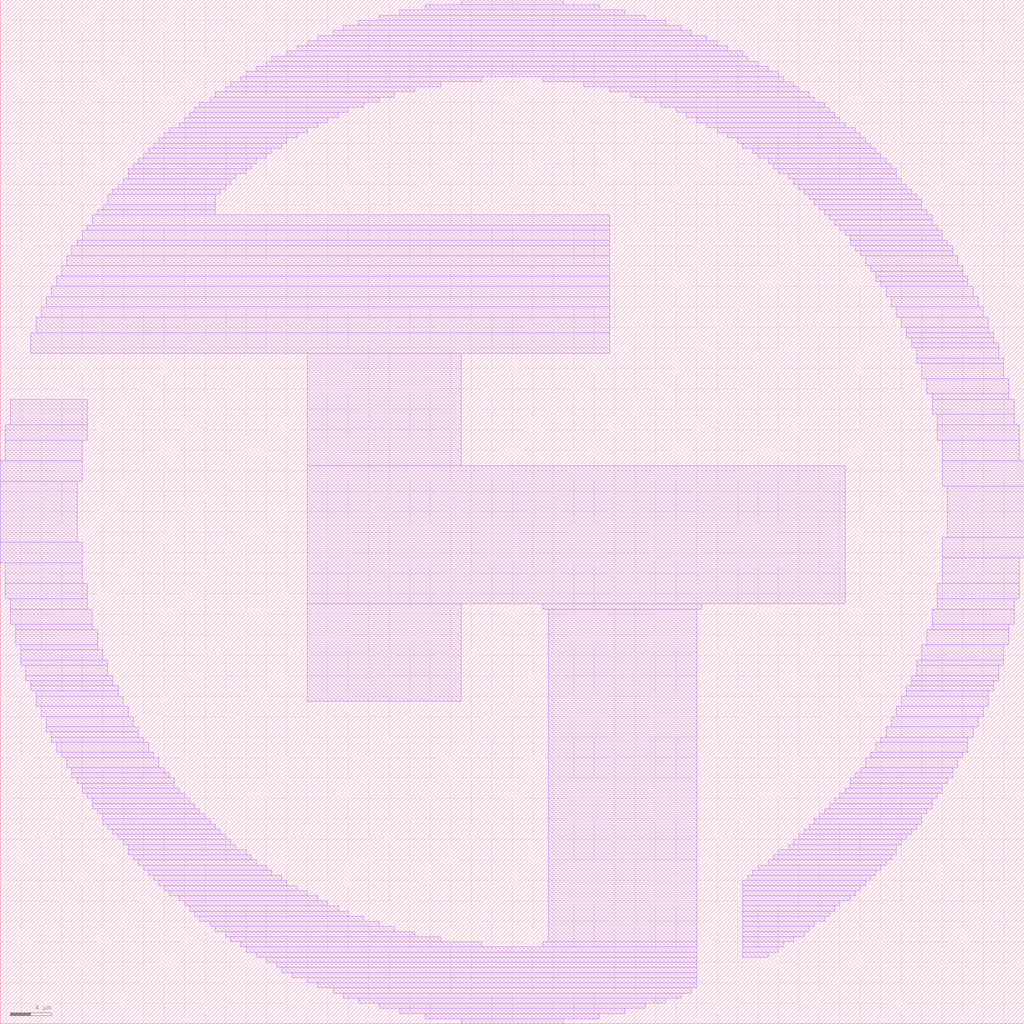
<source format=lef>
VERSION 5.7 ;
  NOWIREEXTENSIONATPIN ON ;
  DIVIDERCHAR "/" ;
  BUSBITCHARS "[]" ;
MACRO tt_logo_corner
  CLASS BLOCK ;
  FOREIGN tt_logo_corner ;
  ORIGIN 0.000 0.000 ;
  SIZE 100.000 BY 100.000 ;
  OBS
      LAYER TopMetal2 ;
        RECT 45.000 99.500 55.000 100.000 ;
        RECT 41.500 99.000 58.500 99.500 ;
        RECT 39.000 98.500 61.000 99.000 ;
        RECT 37.000 98.000 63.000 98.500 ;
        RECT 35.000 97.500 65.000 98.000 ;
        RECT 33.500 97.000 66.500 97.500 ;
        RECT 32.500 96.500 67.500 97.000 ;
        RECT 31.000 96.000 69.000 96.500 ;
        RECT 30.000 95.500 70.000 96.000 ;
        RECT 29.000 95.000 71.000 95.500 ;
        RECT 28.000 94.500 72.500 95.000 ;
        RECT 26.500 94.000 73.000 94.500 ;
        RECT 26.000 93.500 74.000 94.000 ;
        RECT 25.000 93.000 75.000 93.500 ;
        RECT 24.000 92.500 76.000 93.000 ;
        RECT 23.500 92.000 47.000 92.500 ;
        RECT 53.000 92.000 76.500 92.500 ;
        RECT 22.500 91.500 43.000 92.000 ;
        RECT 57.000 91.500 77.500 92.000 ;
        RECT 22.000 91.000 40.500 91.500 ;
        RECT 59.500 91.000 78.000 91.500 ;
        RECT 21.000 90.500 38.500 91.000 ;
        RECT 61.500 90.500 79.000 91.000 ;
        RECT 20.500 90.000 37.000 90.500 ;
        RECT 63.000 90.000 79.500 90.500 ;
        RECT 19.500 89.500 35.500 90.000 ;
        RECT 64.500 89.500 80.500 90.000 ;
        RECT 19.000 89.000 34.000 89.500 ;
        RECT 66.000 89.000 81.000 89.500 ;
        RECT 18.500 88.500 33.000 89.000 ;
        RECT 67.000 88.500 81.500 89.000 ;
        RECT 18.000 88.000 32.000 88.500 ;
        RECT 68.000 88.000 82.000 88.500 ;
        RECT 17.500 87.500 31.000 88.000 ;
        RECT 69.000 87.500 82.500 88.000 ;
        RECT 16.500 87.000 30.000 87.500 ;
        RECT 70.000 87.000 83.500 87.500 ;
        RECT 16.000 86.500 29.000 87.000 ;
        RECT 71.000 86.500 84.000 87.000 ;
        RECT 15.500 86.000 28.000 86.500 ;
        RECT 72.000 86.000 84.500 86.500 ;
        RECT 15.000 85.500 27.500 86.000 ;
        RECT 72.500 85.500 85.000 86.000 ;
        RECT 14.500 85.000 26.500 85.500 ;
        RECT 73.500 85.000 85.500 85.500 ;
        RECT 14.000 84.500 26.000 85.000 ;
        RECT 74.000 84.500 86.000 85.000 ;
        RECT 13.500 84.000 25.000 84.500 ;
        RECT 75.000 84.000 86.500 84.500 ;
        RECT 13.000 83.500 24.500 84.000 ;
        RECT 75.500 83.500 87.000 84.000 ;
        RECT 12.500 83.000 24.000 83.500 ;
        RECT 76.000 83.000 87.500 83.500 ;
        RECT 12.500 82.500 23.000 83.000 ;
        RECT 77.000 82.500 87.500 83.000 ;
        RECT 12.000 82.000 22.500 82.500 ;
        RECT 77.500 82.000 88.000 82.500 ;
        RECT 11.500 81.500 22.000 82.000 ;
        RECT 78.000 81.500 88.500 82.000 ;
        RECT 11.000 81.000 21.500 81.500 ;
        RECT 78.500 81.000 89.000 81.500 ;
        RECT 10.500 80.000 21.000 81.000 ;
        RECT 79.000 80.500 89.500 81.000 ;
        RECT 79.500 80.000 90.000 80.500 ;
        RECT 10.000 79.500 21.000 80.000 ;
        RECT 80.000 79.500 90.000 80.000 ;
        RECT 9.500 79.000 21.000 79.500 ;
        RECT 80.500 79.000 90.500 79.500 ;
        RECT 9.000 78.000 59.500 79.000 ;
        RECT 81.000 78.500 91.000 79.000 ;
        RECT 81.500 78.000 91.000 78.500 ;
        RECT 8.500 77.500 59.500 78.000 ;
        RECT 82.000 77.500 91.500 78.000 ;
        RECT 8.000 76.500 59.500 77.500 ;
        RECT 82.500 77.000 92.000 77.500 ;
        RECT 7.500 76.000 59.500 76.500 ;
        RECT 83.000 76.500 92.000 77.000 ;
        RECT 83.000 76.000 92.500 76.500 ;
        RECT 7.000 75.000 59.500 76.000 ;
        RECT 83.500 75.500 93.000 76.000 ;
        RECT 84.000 75.000 93.000 75.500 ;
        RECT 6.500 74.000 59.500 75.000 ;
        RECT 84.500 74.000 93.500 75.000 ;
        RECT 6.000 73.000 59.500 74.000 ;
        RECT 85.000 73.500 94.000 74.000 ;
        RECT 5.500 72.000 59.500 73.000 ;
        RECT 85.500 73.000 94.000 73.500 ;
        RECT 85.500 72.500 94.500 73.000 ;
        RECT 86.000 72.000 94.500 72.500 ;
        RECT 5.000 71.000 59.500 72.000 ;
        RECT 86.500 71.000 95.000 72.000 ;
        RECT 4.500 70.000 59.500 71.000 ;
        RECT 87.000 70.000 95.500 71.000 ;
        RECT 4.000 69.000 59.500 70.000 ;
        RECT 87.500 69.000 96.000 70.000 ;
        RECT 3.500 67.500 59.500 69.000 ;
        RECT 88.000 68.000 96.500 69.000 ;
        RECT 3.000 65.500 59.500 67.500 ;
        RECT 88.500 67.500 96.500 68.000 ;
        RECT 88.500 67.000 97.000 67.500 ;
        RECT 89.000 66.500 97.000 67.000 ;
        RECT 89.000 66.000 97.500 66.500 ;
        RECT 1.000 58.500 8.500 61.000 ;
        RECT 0.500 57.000 8.500 58.500 ;
        RECT 0.500 55.000 8.000 57.000 ;
        RECT 0.000 53.000 8.000 55.000 ;
        RECT 30.000 54.500 45.000 65.500 ;
        RECT 89.500 65.000 97.500 66.000 ;
        RECT 89.500 64.500 98.000 65.000 ;
        RECT 90.000 63.000 98.000 64.500 ;
        RECT 90.500 61.500 98.500 63.000 ;
        RECT 91.000 61.000 98.500 61.500 ;
        RECT 91.000 59.500 99.000 61.000 ;
        RECT 91.500 58.500 99.000 59.500 ;
        RECT 91.500 57.000 99.500 58.500 ;
        RECT 92.000 55.000 99.500 57.000 ;
        RECT 0.000 47.000 7.500 53.000 ;
        RECT 0.000 45.000 8.000 47.000 ;
        RECT 0.500 43.000 8.000 45.000 ;
        RECT 0.500 41.500 8.500 43.000 ;
        RECT 1.000 40.500 8.500 41.500 ;
        RECT 30.000 41.000 82.500 54.500 ;
        RECT 92.000 52.500 100.000 55.000 ;
        RECT 92.500 47.500 100.000 52.500 ;
        RECT 92.000 45.500 100.000 47.500 ;
        RECT 92.000 43.000 99.500 45.500 ;
        RECT 91.500 41.500 99.500 43.000 ;
        RECT 1.000 39.000 9.000 40.500 ;
        RECT 1.500 38.500 9.000 39.000 ;
        RECT 1.500 37.000 9.500 38.500 ;
        RECT 2.000 36.500 9.500 37.000 ;
        RECT 2.000 35.500 10.000 36.500 ;
        RECT 2.000 35.000 10.500 35.500 ;
        RECT 2.500 34.000 10.500 35.000 ;
        RECT 2.500 33.500 11.000 34.000 ;
        RECT 3.000 33.000 11.000 33.500 ;
        RECT 3.000 32.500 11.500 33.000 ;
        RECT 3.500 32.000 11.500 32.500 ;
        RECT 3.500 31.000 12.000 32.000 ;
        RECT 30.000 31.500 45.000 41.000 ;
        RECT 53.000 40.500 68.500 41.000 ;
        RECT 91.500 40.500 99.000 41.500 ;
        RECT 4.000 30.000 12.500 31.000 ;
        RECT 4.500 29.000 13.000 30.000 ;
        RECT 4.500 28.500 13.500 29.000 ;
        RECT 5.000 28.000 13.500 28.500 ;
        RECT 5.000 27.500 14.000 28.000 ;
        RECT 5.500 26.500 14.500 27.500 ;
        RECT 6.000 26.000 15.000 26.500 ;
        RECT 6.500 25.000 15.500 26.000 ;
        RECT 7.000 24.500 16.000 25.000 ;
        RECT 7.000 24.000 16.500 24.500 ;
        RECT 7.500 23.500 17.000 24.000 ;
        RECT 8.000 23.000 17.000 23.500 ;
        RECT 8.000 22.500 17.500 23.000 ;
        RECT 8.500 22.000 18.000 22.500 ;
        RECT 9.000 21.500 18.500 22.000 ;
        RECT 9.000 21.000 19.000 21.500 ;
        RECT 9.500 20.500 19.500 21.000 ;
        RECT 10.000 20.000 20.000 20.500 ;
        RECT 10.000 19.500 20.500 20.000 ;
        RECT 10.500 19.000 21.000 19.500 ;
        RECT 11.000 18.500 21.500 19.000 ;
        RECT 11.500 18.000 22.000 18.500 ;
        RECT 12.000 17.500 22.500 18.000 ;
        RECT 12.500 17.000 23.000 17.500 ;
        RECT 12.500 16.500 24.000 17.000 ;
        RECT 13.000 16.000 24.500 16.500 ;
        RECT 13.500 15.500 25.000 16.000 ;
        RECT 14.000 15.000 26.000 15.500 ;
        RECT 14.500 14.500 26.500 15.000 ;
        RECT 15.000 14.000 27.500 14.500 ;
        RECT 15.500 13.500 28.000 14.000 ;
        RECT 16.000 13.000 29.000 13.500 ;
        RECT 16.500 12.500 30.000 13.000 ;
        RECT 17.500 12.000 31.000 12.500 ;
        RECT 18.000 11.500 32.000 12.000 ;
        RECT 18.500 11.000 33.000 11.500 ;
        RECT 19.000 10.500 34.000 11.000 ;
        RECT 19.500 10.000 35.500 10.500 ;
        RECT 20.500 9.500 37.000 10.000 ;
        RECT 21.000 9.000 38.500 9.500 ;
        RECT 22.000 8.500 40.500 9.000 ;
        RECT 22.500 8.000 43.000 8.500 ;
        RECT 53.500 8.000 68.000 40.500 ;
        RECT 91.000 39.000 99.000 40.500 ;
        RECT 91.000 38.500 98.500 39.000 ;
        RECT 90.500 37.000 98.500 38.500 ;
        RECT 90.000 35.500 98.000 37.000 ;
        RECT 89.500 35.000 98.000 35.500 ;
        RECT 89.500 34.000 97.500 35.000 ;
        RECT 89.000 33.500 97.500 34.000 ;
        RECT 89.000 33.000 97.000 33.500 ;
        RECT 88.500 32.500 97.000 33.000 ;
        RECT 88.500 32.000 96.500 32.500 ;
        RECT 88.000 31.000 96.500 32.000 ;
        RECT 87.500 30.000 96.000 31.000 ;
        RECT 87.000 29.000 95.500 30.000 ;
        RECT 86.500 28.000 95.000 29.000 ;
        RECT 86.000 27.500 94.500 28.000 ;
        RECT 85.500 26.500 94.500 27.500 ;
        RECT 85.000 26.000 94.000 26.500 ;
        RECT 84.500 25.000 93.500 26.000 ;
        RECT 84.000 24.500 93.000 25.000 ;
        RECT 83.500 24.000 93.000 24.500 ;
        RECT 83.000 23.500 92.500 24.000 ;
        RECT 83.000 23.000 92.000 23.500 ;
        RECT 82.500 22.500 92.000 23.000 ;
        RECT 82.000 22.000 91.500 22.500 ;
        RECT 81.500 21.500 91.000 22.000 ;
        RECT 81.000 21.000 91.000 21.500 ;
        RECT 80.500 20.500 90.500 21.000 ;
        RECT 80.000 20.000 90.000 20.500 ;
        RECT 79.500 19.500 90.000 20.000 ;
        RECT 79.000 19.000 89.500 19.500 ;
        RECT 78.500 18.500 89.000 19.000 ;
        RECT 78.000 18.000 88.500 18.500 ;
        RECT 77.500 17.500 88.000 18.000 ;
        RECT 77.000 17.000 87.500 17.500 ;
        RECT 76.000 16.500 87.500 17.000 ;
        RECT 75.500 16.000 87.000 16.500 ;
        RECT 75.000 15.500 86.500 16.000 ;
        RECT 74.000 15.000 86.000 15.500 ;
        RECT 73.500 14.500 85.500 15.000 ;
        RECT 73.000 14.000 85.000 14.500 ;
        RECT 23.500 7.500 47.000 8.000 ;
        RECT 53.000 7.500 68.000 8.000 ;
        RECT 24.000 7.000 68.000 7.500 ;
        RECT 25.000 6.500 68.000 7.000 ;
        RECT 72.500 13.500 84.500 14.000 ;
        RECT 72.500 13.000 84.000 13.500 ;
        RECT 72.500 12.500 83.500 13.000 ;
        RECT 72.500 12.000 83.000 12.500 ;
        RECT 72.500 11.500 82.000 12.000 ;
        RECT 72.500 11.000 81.500 11.500 ;
        RECT 72.500 10.500 81.000 11.000 ;
        RECT 72.500 10.000 80.500 10.500 ;
        RECT 72.500 9.500 79.500 10.000 ;
        RECT 72.500 9.000 79.000 9.500 ;
        RECT 72.500 8.500 78.500 9.000 ;
        RECT 72.500 8.000 77.500 8.500 ;
        RECT 72.500 7.500 76.500 8.000 ;
        RECT 72.500 7.000 76.000 7.500 ;
        RECT 72.500 6.500 75.000 7.000 ;
        RECT 26.000 6.000 68.000 6.500 ;
        RECT 27.000 5.500 68.000 6.000 ;
        RECT 27.500 5.000 68.000 5.500 ;
        RECT 28.500 4.500 68.000 5.000 ;
        RECT 30.000 4.000 68.000 4.500 ;
        RECT 31.000 3.500 68.000 4.000 ;
        RECT 32.500 3.000 67.500 3.500 ;
        RECT 33.500 2.500 66.500 3.000 ;
        RECT 35.000 2.000 65.000 2.500 ;
        RECT 37.000 1.500 63.000 2.000 ;
        RECT 39.000 1.000 61.000 1.500 ;
        RECT 41.500 0.500 58.500 1.000 ;
        RECT 45.000 0.000 55.000 0.500 ;
  END
END tt_logo_corner
END LIBRARY


</source>
